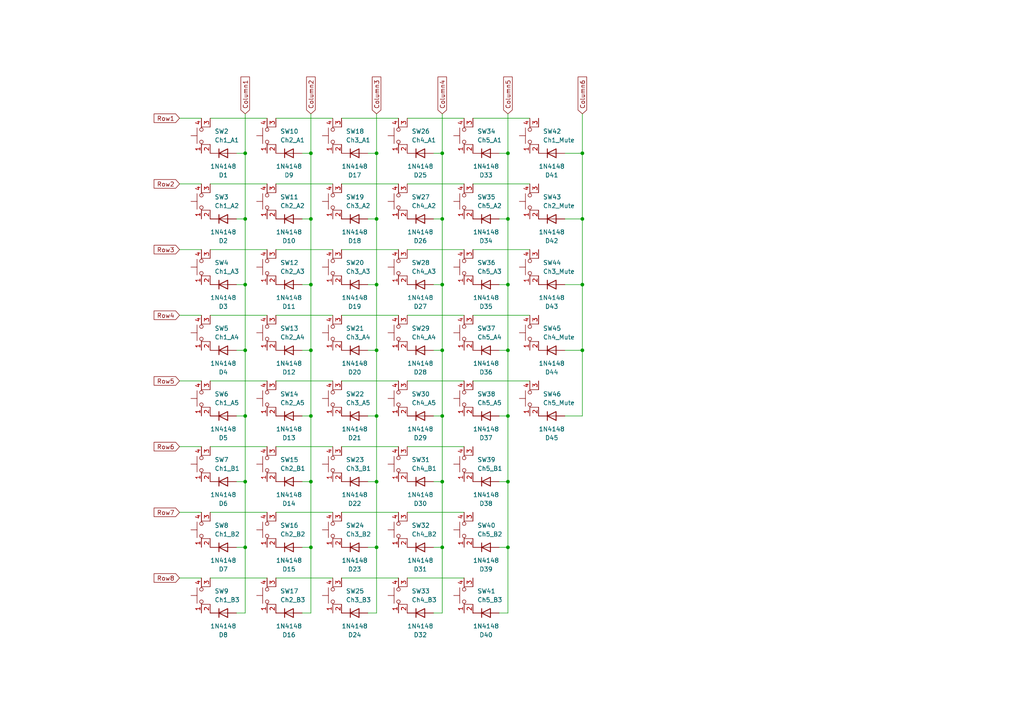
<source format=kicad_sch>
(kicad_sch (version 20231120) (generator "eeschema") (generator_version "8.0")
  (paper "A4")
  (lib_symbols
    (symbol "Diode:1N4148" (pin_numbers hide) (pin_names hide)
      (property "Reference" "D" (at 0 2.54 0))
      (property "Value" "1N4148" (at 0 -2.54 0))
      (symbol "1N4148_0_1"
        (polyline (pts (xy -1.27 1.27) (xy -1.27 -1.27)) (stroke (width 0.254)))
        (polyline (pts (xy 1.27 0) (xy -1.27 0)))
        (polyline (pts (xy 1.27 1.27) (xy 1.27 -1.27) (xy -1.27 0) (xy 1.27 1.27)) (stroke (width 0.254)))
      )
      (symbol "1N4148_1_1"
        (pin passive line (at -3.81 0 0) (length 2.54) (name "K") (number "1"))
        (pin passive line (at 3.81 0 180) (length 2.54) (name "A") (number "2"))
      )
    )
    (symbol "Switch:SW_MEC_5E" (pin_names (offset 1.016) hide)
      (property "Reference" "SW" (at 0.635 5.715 0))
      (property "Value" "SW_MEC_5E" (at 0 -3.175 0))
      (symbol "SW_MEC_5E_0_1"
        (circle (center -1.778 2.54) (radius 0.508))
        (polyline (pts (xy -2.286 3.81) (xy 2.286 3.81)))
        (polyline (pts (xy 0 3.81) (xy 0 5.588)))
        (polyline (pts (xy -2.54 0) (xy -2.54 2.54) (xy -2.286 2.54)))
        (polyline (pts (xy 2.54 0) (xy 2.54 2.54) (xy 2.286 2.54)))
        (circle (center 1.778 2.54) (radius 0.508))
        (pin passive line (at -5.08 2.54 0) (length 2.54) (name "1") (number "1"))
        (pin passive line (at -5.08 0 0) (length 2.54) (name "2") (number "2"))
        (pin passive line (at 5.08 0 180) (length 2.54) (name "K") (number "3"))
        (pin passive line (at 5.08 2.54 180) (length 2.54) (name "A") (number "4"))
      )
    )
  )
  (junction (at 128.27 158.75))
  (junction (at 90.17 139.7))
  (junction (at 109.22 44.45))
  (junction (at 128.27 120.65))
  (junction (at 109.22 120.65))
  (junction (at 147.32 158.75))
  (junction (at 90.17 120.65))
  (junction (at 147.32 120.65))
  (junction (at 71.12 139.7))
  (junction (at 71.12 158.75))
  (junction (at 128.27 82.55))
  (junction (at 90.17 82.55))
  (junction (at 90.17 63.5))
  (junction (at 90.17 44.45))
  (junction (at 168.91 82.55))
  (junction (at 128.27 139.7))
  (junction (at 71.12 101.6))
  (junction (at 90.17 101.6))
  (junction (at 71.12 44.45))
  (junction (at 147.32 63.5))
  (junction (at 128.27 44.45))
  (junction (at 147.32 101.6))
  (junction (at 71.12 120.65))
  (junction (at 90.17 158.75))
  (junction (at 147.32 139.7))
  (junction (at 71.12 63.5))
  (junction (at 109.22 82.55))
  (junction (at 147.32 44.45))
  (junction (at 168.91 44.45))
  (junction (at 109.22 158.75))
  (junction (at 168.91 101.6))
  (junction (at 71.12 82.55))
  (junction (at 109.22 101.6))
  (junction (at 128.27 101.6))
  (junction (at 109.22 63.5))
  (junction (at 128.27 63.5))
  (junction (at 168.91 63.5))
  (junction (at 109.22 139.7))
  (junction (at 147.32 82.55))
  (wire (pts (xy 52.07 110.49) (xy 58.42 110.49)))
  (wire (pts (xy 163.83 101.6) (xy 168.91 101.6)))
  (wire (pts (xy 163.83 63.5) (xy 168.91 63.5)))
  (wire (pts (xy 147.32 158.75) (xy 147.32 177.8)))
  (wire (pts (xy 106.68 63.5) (xy 109.22 63.5)))
  (wire (pts (xy 99.06 148.59) (xy 115.57 148.59)))
  (wire (pts (xy 52.07 148.59) (xy 58.42 148.59)))
  (wire (pts (xy 99.06 34.29) (xy 115.57 34.29)))
  (wire (pts (xy 106.68 101.6) (xy 109.22 101.6)))
  (wire (pts (xy 90.17 44.45) (xy 90.17 63.5)))
  (wire (pts (xy 87.63 139.7) (xy 90.17 139.7)))
  (wire (pts (xy 144.78 177.8) (xy 147.32 177.8)))
  (wire (pts (xy 168.91 63.5) (xy 168.91 82.55)))
  (wire (pts (xy 60.96 129.54) (xy 77.47 129.54)))
  (wire (pts (xy 137.16 72.39) (xy 153.67 72.39)))
  (wire (pts (xy 80.01 110.49) (xy 96.52 110.49)))
  (wire (pts (xy 71.12 158.75) (xy 71.12 177.8)))
  (wire (pts (xy 109.22 101.6) (xy 109.22 120.65)))
  (wire (pts (xy 87.63 44.45) (xy 90.17 44.45)))
  (wire (pts (xy 118.11 53.34) (xy 134.62 53.34)))
  (wire (pts (xy 128.27 63.5) (xy 128.27 82.55)))
  (wire (pts (xy 87.63 63.5) (xy 90.17 63.5)))
  (wire (pts (xy 80.01 129.54) (xy 96.52 129.54)))
  (wire (pts (xy 60.96 148.59) (xy 77.47 148.59)))
  (wire (pts (xy 137.16 53.34) (xy 153.67 53.34)))
  (wire (pts (xy 128.27 44.45) (xy 128.27 63.5)))
  (wire (pts (xy 144.78 158.75) (xy 147.32 158.75)))
  (wire (pts (xy 80.01 53.34) (xy 96.52 53.34)))
  (wire (pts (xy 99.06 167.64) (xy 115.57 167.64)))
  (wire (pts (xy 137.16 34.29) (xy 153.67 34.29)))
  (wire (pts (xy 71.12 101.6) (xy 71.12 120.65)))
  (wire (pts (xy 168.91 33.02) (xy 168.91 44.45)))
  (wire (pts (xy 52.07 72.39) (xy 58.42 72.39)))
  (wire (pts (xy 125.73 139.7) (xy 128.27 139.7)))
  (wire (pts (xy 52.07 53.34) (xy 58.42 53.34)))
  (wire (pts (xy 128.27 82.55) (xy 128.27 101.6)))
  (wire (pts (xy 109.22 82.55) (xy 109.22 101.6)))
  (wire (pts (xy 163.83 44.45) (xy 168.91 44.45)))
  (wire (pts (xy 60.96 34.29) (xy 77.47 34.29)))
  (wire (pts (xy 68.58 158.75) (xy 71.12 158.75)))
  (wire (pts (xy 147.32 139.7) (xy 147.32 158.75)))
  (wire (pts (xy 144.78 44.45) (xy 147.32 44.45)))
  (wire (pts (xy 60.96 91.44) (xy 77.47 91.44)))
  (wire (pts (xy 52.07 167.64) (xy 58.42 167.64)))
  (wire (pts (xy 118.11 148.59) (xy 134.62 148.59)))
  (wire (pts (xy 71.12 82.55) (xy 71.12 101.6)))
  (wire (pts (xy 99.06 72.39) (xy 115.57 72.39)))
  (wire (pts (xy 71.12 63.5) (xy 71.12 82.55)))
  (wire (pts (xy 147.32 44.45) (xy 147.32 63.5)))
  (wire (pts (xy 52.07 91.44) (xy 58.42 91.44)))
  (wire (pts (xy 109.22 33.02) (xy 109.22 44.45)))
  (wire (pts (xy 144.78 63.5) (xy 147.32 63.5)))
  (wire (pts (xy 68.58 63.5) (xy 71.12 63.5)))
  (wire (pts (xy 128.27 158.75) (xy 128.27 177.8)))
  (wire (pts (xy 128.27 33.02) (xy 128.27 44.45)))
  (wire (pts (xy 99.06 129.54) (xy 115.57 129.54)))
  (wire (pts (xy 147.32 63.5) (xy 147.32 82.55)))
  (wire (pts (xy 68.58 177.8) (xy 71.12 177.8)))
  (wire (pts (xy 128.27 139.7) (xy 128.27 158.75)))
  (wire (pts (xy 137.16 110.49) (xy 153.67 110.49)))
  (wire (pts (xy 87.63 101.6) (xy 90.17 101.6)))
  (wire (pts (xy 60.96 167.64) (xy 77.47 167.64)))
  (wire (pts (xy 60.96 110.49) (xy 77.47 110.49)))
  (wire (pts (xy 87.63 120.65) (xy 90.17 120.65)))
  (wire (pts (xy 144.78 120.65) (xy 147.32 120.65)))
  (wire (pts (xy 109.22 44.45) (xy 109.22 63.5)))
  (wire (pts (xy 90.17 101.6) (xy 90.17 120.65)))
  (wire (pts (xy 60.96 53.34) (xy 77.47 53.34)))
  (wire (pts (xy 90.17 33.02) (xy 90.17 44.45)))
  (wire (pts (xy 106.68 177.8) (xy 109.22 177.8)))
  (wire (pts (xy 144.78 139.7) (xy 147.32 139.7)))
  (wire (pts (xy 87.63 82.55) (xy 90.17 82.55)))
  (wire (pts (xy 128.27 101.6) (xy 128.27 120.65)))
  (wire (pts (xy 163.83 82.55) (xy 168.91 82.55)))
  (wire (pts (xy 80.01 148.59) (xy 96.52 148.59)))
  (wire (pts (xy 147.32 120.65) (xy 147.32 139.7)))
  (wire (pts (xy 147.32 101.6) (xy 147.32 120.65)))
  (wire (pts (xy 163.83 120.65) (xy 168.91 120.65)))
  (wire (pts (xy 90.17 158.75) (xy 90.17 177.8)))
  (wire (pts (xy 144.78 82.55) (xy 147.32 82.55)))
  (wire (pts (xy 68.58 82.55) (xy 71.12 82.55)))
  (wire (pts (xy 118.11 110.49) (xy 134.62 110.49)))
  (wire (pts (xy 71.12 44.45) (xy 71.12 63.5)))
  (wire (pts (xy 80.01 167.64) (xy 96.52 167.64)))
  (wire (pts (xy 106.68 139.7) (xy 109.22 139.7)))
  (wire (pts (xy 106.68 120.65) (xy 109.22 120.65)))
  (wire (pts (xy 71.12 33.02) (xy 71.12 44.45)))
  (wire (pts (xy 106.68 158.75) (xy 109.22 158.75)))
  (wire (pts (xy 147.32 82.55) (xy 147.32 101.6)))
  (wire (pts (xy 125.73 82.55) (xy 128.27 82.55)))
  (wire (pts (xy 125.73 158.75) (xy 128.27 158.75)))
  (wire (pts (xy 168.91 44.45) (xy 168.91 63.5)))
  (wire (pts (xy 168.91 82.55) (xy 168.91 101.6)))
  (wire (pts (xy 80.01 91.44) (xy 96.52 91.44)))
  (wire (pts (xy 52.07 34.29) (xy 58.42 34.29)))
  (wire (pts (xy 90.17 139.7) (xy 90.17 158.75)))
  (wire (pts (xy 125.73 63.5) (xy 128.27 63.5)))
  (wire (pts (xy 147.32 33.02) (xy 147.32 44.45)))
  (wire (pts (xy 125.73 177.8) (xy 128.27 177.8)))
  (wire (pts (xy 68.58 101.6) (xy 71.12 101.6)))
  (wire (pts (xy 128.27 120.65) (xy 128.27 139.7)))
  (wire (pts (xy 90.17 120.65) (xy 90.17 139.7)))
  (wire (pts (xy 137.16 91.44) (xy 153.67 91.44)))
  (wire (pts (xy 125.73 120.65) (xy 128.27 120.65)))
  (wire (pts (xy 118.11 129.54) (xy 134.62 129.54)))
  (wire (pts (xy 118.11 72.39) (xy 134.62 72.39)))
  (wire (pts (xy 118.11 167.64) (xy 134.62 167.64)))
  (wire (pts (xy 99.06 53.34) (xy 115.57 53.34)))
  (wire (pts (xy 118.11 91.44) (xy 134.62 91.44)))
  (wire (pts (xy 87.63 158.75) (xy 90.17 158.75)))
  (wire (pts (xy 52.07 129.54) (xy 58.42 129.54)))
  (wire (pts (xy 118.11 34.29) (xy 134.62 34.29)))
  (wire (pts (xy 106.68 82.55) (xy 109.22 82.55)))
  (wire (pts (xy 168.91 101.6) (xy 168.91 120.65)))
  (wire (pts (xy 68.58 44.45) (xy 71.12 44.45)))
  (wire (pts (xy 80.01 72.39) (xy 96.52 72.39)))
  (wire (pts (xy 71.12 120.65) (xy 71.12 139.7)))
  (wire (pts (xy 71.12 139.7) (xy 71.12 158.75)))
  (wire (pts (xy 109.22 139.7) (xy 109.22 158.75)))
  (wire (pts (xy 125.73 101.6) (xy 128.27 101.6)))
  (wire (pts (xy 68.58 120.65) (xy 71.12 120.65)))
  (wire (pts (xy 99.06 91.44) (xy 115.57 91.44)))
  (wire (pts (xy 106.68 44.45) (xy 109.22 44.45)))
  (wire (pts (xy 109.22 63.5) (xy 109.22 82.55)))
  (wire (pts (xy 99.06 110.49) (xy 115.57 110.49)))
  (wire (pts (xy 109.22 158.75) (xy 109.22 177.8)))
  (wire (pts (xy 87.63 177.8) (xy 90.17 177.8)))
  (wire (pts (xy 68.58 139.7) (xy 71.12 139.7)))
  (wire (pts (xy 125.73 44.45) (xy 128.27 44.45)))
  (wire (pts (xy 60.96 72.39) (xy 77.47 72.39)))
  (wire (pts (xy 90.17 63.5) (xy 90.17 82.55)))
  (wire (pts (xy 90.17 82.55) (xy 90.17 101.6)))
  (wire (pts (xy 80.01 34.29) (xy 96.52 34.29)))
  (wire (pts (xy 109.22 120.65) (xy 109.22 139.7)))
  (wire (pts (xy 144.78 101.6) (xy 147.32 101.6)))
  (global_label "Row8" (shape input) (at 52.07 167.64 180) (property "Intersheetrefs" "${INTERSHEET_REFS}" (effects (hide yes))))
  (global_label "Column6" (shape input) (at 168.91 33.02 90) (property "Intersheetrefs" "${INTERSHEET_REFS}" (effects (hide yes))))
  (global_label "Column3" (shape input) (at 109.22 33.02 90) (property "Intersheetrefs" "${INTERSHEET_REFS}" (effects (hide yes))))
  (global_label "Row6" (shape input) (at 52.07 129.54 180) (property "Intersheetrefs" "${INTERSHEET_REFS}" (effects (hide yes))))
  (global_label "Row7" (shape input) (at 52.07 148.59 180) (property "Intersheetrefs" "${INTERSHEET_REFS}" (effects (hide yes))))
  (global_label "Column4" (shape input) (at 128.27 33.02 90) (property "Intersheetrefs" "${INTERSHEET_REFS}" (effects (hide yes))))
  (global_label "Column5" (shape input) (at 147.32 33.02 90) (property "Intersheetrefs" "${INTERSHEET_REFS}" (effects (hide yes))))
  (global_label "Row4" (shape input) (at 52.07 91.44 180) (property "Intersheetrefs" "${INTERSHEET_REFS}" (effects (hide yes))))
  (global_label "Column2" (shape input) (at 90.17 33.02 90) (property "Intersheetrefs" "${INTERSHEET_REFS}" (effects (hide yes))))
  (global_label "Row1" (shape input) (at 52.07 34.29 180) (property "Intersheetrefs" "${INTERSHEET_REFS}" (effects (hide yes))))
  (global_label "Row5" (shape input) (at 52.07 110.49 180) (property "Intersheetrefs" "${INTERSHEET_REFS}" (effects (hide yes))))
  (global_label "Row2" (shape input) (at 52.07 53.34 180) (property "Intersheetrefs" "${INTERSHEET_REFS}" (effects (hide yes))))
  (global_label "Column1" (shape input) (at 71.12 33.02 90) (property "Intersheetrefs" "${INTERSHEET_REFS}" (effects (hide yes))))
  (global_label "Row3" (shape input) (at 52.07 72.39 180) (property "Intersheetrefs" "${INTERSHEET_REFS}" (effects (hide yes))))
  (symbol (lib_id "Diode:1N4148") (at 83.82 63.5 0) (mirror x) (unit 1)
    (property "Reference" "D10" (at 83.82 69.85 0))
    (property "Value" "1N4148" (at 83.82 67.31 0))
    (property "Footprint" "Diode_THT:D_DO-35_SOD27_P7.62mm_Horizontal" (effects (hide yes)))
    (property "Datasheet" "https://assets.nexperia.com/documents/data-sheet/1N4148_1N4448.pdf" (effects (hide yes)))
    (property "Description" "100V 0.15A standard switching diode, DO-35" (effects (hide yes)))
    (property "Sim.Device" "D" (effects (hide yes)))
    (property "Sim.Pins" "1=K 2=A" (effects (hide yes)))
  )
  (symbol (lib_id "Switch:SW_MEC_5E") (at 118.11 153.67 90) (unit 1)
    (property "Reference" "SW32" (at 119.38 152.3999 90) (effects (justify right)))
    (property "Value" "Ch4_B2" (at 119.38 154.9399 90) (effects (justify right)))
    (property "Datasheet" "http://www.apem.com/int/index.php?controller=attachment&id_attachment=1371" (effects (hide yes)))
    (property "Description" "MEC 5E single pole normally-open tactile switch" (effects (hide yes)))
  )
  (symbol (lib_id "Switch:SW_MEC_5E") (at 118.11 172.72 90) (unit 1)
    (property "Reference" "SW33" (at 119.38 171.4499 90) (effects (justify right)))
    (property "Value" "Ch4_B3" (at 119.38 173.9899 90) (effects (justify right)))
    (property "Datasheet" "http://www.apem.com/int/index.php?controller=attachment&id_attachment=1371" (effects (hide yes)))
    (property "Description" "MEC 5E single pole normally-open tactile switch" (effects (hide yes)))
  )
  (symbol (lib_id "Switch:SW_MEC_5E") (at 118.11 39.37 90) (unit 1)
    (property "Reference" "SW26" (at 119.38 38.0999 90) (effects (justify right)))
    (property "Value" "Ch4_A1" (at 119.38 40.6399 90) (effects (justify right)))
    (property "Datasheet" "http://www.apem.com/int/index.php?controller=attachment&id_attachment=1371" (effects (hide yes)))
    (property "Description" "MEC 5E single pole normally-open tactile switch" (effects (hide yes)))
  )
  (symbol (lib_id "Diode:1N4148") (at 83.82 101.6 0) (mirror x) (unit 1)
    (property "Reference" "D12" (at 83.82 107.95 0))
    (property "Value" "1N4148" (at 83.82 105.41 0))
    (property "Footprint" "Diode_THT:D_DO-35_SOD27_P7.62mm_Horizontal" (effects (hide yes)))
    (property "Datasheet" "https://assets.nexperia.com/documents/data-sheet/1N4148_1N4448.pdf" (effects (hide yes)))
    (property "Description" "100V 0.15A standard switching diode, DO-35" (effects (hide yes)))
    (property "Sim.Device" "D" (effects (hide yes)))
    (property "Sim.Pins" "1=K 2=A" (effects (hide yes)))
  )
  (symbol (lib_id "Switch:SW_MEC_5E") (at 80.01 115.57 90) (unit 1)
    (property "Reference" "SW14" (at 81.28 114.2999 90) (effects (justify right)))
    (property "Value" "Ch2_A5" (at 81.28 116.8399 90) (effects (justify right)))
    (property "Datasheet" "http://www.apem.com/int/index.php?controller=attachment&id_attachment=1371" (effects (hide yes)))
    (property "Description" "MEC 5E single pole normally-open tactile switch" (effects (hide yes)))
  )
  (symbol (lib_id "Diode:1N4148") (at 121.92 139.7 0) (mirror x) (unit 1)
    (property "Reference" "D30" (at 121.92 146.05 0))
    (property "Value" "1N4148" (at 121.92 143.51 0))
    (property "Footprint" "Diode_THT:D_DO-35_SOD27_P7.62mm_Horizontal" (effects (hide yes)))
    (property "Datasheet" "https://assets.nexperia.com/documents/data-sheet/1N4148_1N4448.pdf" (effects (hide yes)))
    (property "Description" "100V 0.15A standard switching diode, DO-35" (effects (hide yes)))
    (property "Sim.Device" "D" (effects (hide yes)))
    (property "Sim.Pins" "1=K 2=A" (effects (hide yes)))
  )
  (symbol (lib_id "Diode:1N4148") (at 140.97 44.45 0) (mirror x) (unit 1)
    (property "Reference" "D33" (at 140.97 50.8 0))
    (property "Value" "1N4148" (at 140.97 48.26 0))
    (property "Footprint" "Diode_THT:D_DO-35_SOD27_P7.62mm_Horizontal" (effects (hide yes)))
    (property "Datasheet" "https://assets.nexperia.com/documents/data-sheet/1N4148_1N4448.pdf" (effects (hide yes)))
    (property "Description" "100V 0.15A standard switching diode, DO-35" (effects (hide yes)))
    (property "Sim.Device" "D" (effects (hide yes)))
    (property "Sim.Pins" "1=K 2=A" (effects (hide yes)))
  )
  (symbol (lib_id "Switch:SW_MEC_5E") (at 137.16 58.42 90) (unit 1)
    (property "Reference" "SW35" (at 138.43 57.1499 90) (effects (justify right)))
    (property "Value" "Ch5_A2" (at 138.43 59.6899 90) (effects (justify right)))
    (property "Datasheet" "http://www.apem.com/int/index.php?controller=attachment&id_attachment=1371" (effects (hide yes)))
    (property "Description" "MEC 5E single pole normally-open tactile switch" (effects (hide yes)))
  )
  (symbol (lib_id "Diode:1N4148") (at 64.77 101.6 0) (mirror x) (unit 1)
    (property "Reference" "D4" (at 64.77 107.95 0))
    (property "Value" "1N4148" (at 64.77 105.41 0))
    (property "Footprint" "Diode_THT:D_DO-35_SOD27_P7.62mm_Horizontal" (effects (hide yes)))
    (property "Datasheet" "https://assets.nexperia.com/documents/data-sheet/1N4148_1N4448.pdf" (effects (hide yes)))
    (property "Description" "100V 0.15A standard switching diode, DO-35" (effects (hide yes)))
    (property "Sim.Device" "D" (effects (hide yes)))
    (property "Sim.Pins" "1=K 2=A" (effects (hide yes)))
  )
  (symbol (lib_id "Diode:1N4148") (at 64.77 177.8 0) (mirror x) (unit 1)
    (property "Reference" "D8" (at 64.77 184.15 0))
    (property "Value" "1N4148" (at 64.77 181.61 0))
    (property "Footprint" "Diode_THT:D_DO-35_SOD27_P7.62mm_Horizontal" (effects (hide yes)))
    (property "Datasheet" "https://assets.nexperia.com/documents/data-sheet/1N4148_1N4448.pdf" (effects (hide yes)))
    (property "Description" "100V 0.15A standard switching diode, DO-35" (effects (hide yes)))
    (property "Sim.Device" "D" (effects (hide yes)))
    (property "Sim.Pins" "1=K 2=A" (effects (hide yes)))
  )
  (symbol (lib_id "Switch:SW_MEC_5E") (at 60.96 134.62 90) (unit 1)
    (property "Reference" "SW7" (at 62.23 133.3499 90) (effects (justify right)))
    (property "Value" "Ch1_B1" (at 62.23 135.8899 90) (effects (justify right)))
    (property "Datasheet" "http://www.apem.com/int/index.php?controller=attachment&id_attachment=1371" (effects (hide yes)))
    (property "Description" "MEC 5E single pole normally-open tactile switch" (effects (hide yes)))
  )
  (symbol (lib_id "Diode:1N4148") (at 83.82 177.8 0) (mirror x) (unit 1)
    (property "Reference" "D16" (at 83.82 184.15 0))
    (property "Value" "1N4148" (at 83.82 181.61 0))
    (property "Footprint" "Diode_THT:D_DO-35_SOD27_P7.62mm_Horizontal" (effects (hide yes)))
    (property "Datasheet" "https://assets.nexperia.com/documents/data-sheet/1N4148_1N4448.pdf" (effects (hide yes)))
    (property "Description" "100V 0.15A standard switching diode, DO-35" (effects (hide yes)))
    (property "Sim.Device" "D" (effects (hide yes)))
    (property "Sim.Pins" "1=K 2=A" (effects (hide yes)))
  )
  (symbol (lib_id "Diode:1N4148") (at 140.97 82.55 0) (mirror x) (unit 1)
    (property "Reference" "D35" (at 140.97 88.9 0))
    (property "Value" "1N4148" (at 140.97 86.36 0))
    (property "Footprint" "Diode_THT:D_DO-35_SOD27_P7.62mm_Horizontal" (effects (hide yes)))
    (property "Datasheet" "https://assets.nexperia.com/documents/data-sheet/1N4148_1N4448.pdf" (effects (hide yes)))
    (property "Description" "100V 0.15A standard switching diode, DO-35" (effects (hide yes)))
    (property "Sim.Device" "D" (effects (hide yes)))
    (property "Sim.Pins" "1=K 2=A" (effects (hide yes)))
  )
  (symbol (lib_id "Diode:1N4148") (at 121.92 101.6 0) (mirror x) (unit 1)
    (property "Reference" "D28" (at 121.92 107.95 0))
    (property "Value" "1N4148" (at 121.92 105.41 0))
    (property "Footprint" "Diode_THT:D_DO-35_SOD27_P7.62mm_Horizontal" (effects (hide yes)))
    (property "Datasheet" "https://assets.nexperia.com/documents/data-sheet/1N4148_1N4448.pdf" (effects (hide yes)))
    (property "Description" "100V 0.15A standard switching diode, DO-35" (effects (hide yes)))
    (property "Sim.Device" "D" (effects (hide yes)))
    (property "Sim.Pins" "1=K 2=A" (effects (hide yes)))
  )
  (symbol (lib_id "Diode:1N4148") (at 140.97 120.65 0) (mirror x) (unit 1)
    (property "Reference" "D37" (at 140.97 127 0))
    (property "Value" "1N4148" (at 140.97 124.46 0))
    (property "Footprint" "Diode_THT:D_DO-35_SOD27_P7.62mm_Horizontal" (effects (hide yes)))
    (property "Datasheet" "https://assets.nexperia.com/documents/data-sheet/1N4148_1N4448.pdf" (effects (hide yes)))
    (property "Description" "100V 0.15A standard switching diode, DO-35" (effects (hide yes)))
    (property "Sim.Device" "D" (effects (hide yes)))
    (property "Sim.Pins" "1=K 2=A" (effects (hide yes)))
  )
  (symbol (lib_id "Switch:SW_MEC_5E") (at 60.96 39.37 90) (unit 1)
    (property "Reference" "SW2" (at 62.23 38.0999 90) (effects (justify right)))
    (property "Value" "Ch1_A1" (at 62.23 40.6399 90) (effects (justify right)))
    (property "Datasheet" "http://www.apem.com/int/index.php?controller=attachment&id_attachment=1371" (effects (hide yes)))
    (property "Description" "MEC 5E single pole normally-open tactile switch" (effects (hide yes)))
  )
  (symbol (lib_id "Switch:SW_MEC_5E") (at 137.16 39.37 90) (unit 1)
    (property "Reference" "SW34" (at 138.43 38.0999 90) (effects (justify right)))
    (property "Value" "Ch5_A1" (at 138.43 40.6399 90) (effects (justify right)))
    (property "Datasheet" "http://www.apem.com/int/index.php?controller=attachment&id_attachment=1371" (effects (hide yes)))
    (property "Description" "MEC 5E single pole normally-open tactile switch" (effects (hide yes)))
  )
  (symbol (lib_id "Switch:SW_MEC_5E") (at 60.96 115.57 90) (unit 1)
    (property "Reference" "SW6" (at 62.23 114.2999 90) (effects (justify right)))
    (property "Value" "Ch1_A5" (at 62.23 116.8399 90) (effects (justify right)))
    (property "Datasheet" "http://www.apem.com/int/index.php?controller=attachment&id_attachment=1371" (effects (hide yes)))
    (property "Description" "MEC 5E single pole normally-open tactile switch" (effects (hide yes)))
  )
  (symbol (lib_id "Switch:SW_MEC_5E") (at 137.16 115.57 90) (unit 1)
    (property "Reference" "SW38" (at 138.43 114.2999 90) (effects (justify right)))
    (property "Value" "Ch5_A5" (at 138.43 116.8399 90) (effects (justify right)))
    (property "Datasheet" "http://www.apem.com/int/index.php?controller=attachment&id_attachment=1371" (effects (hide yes)))
    (property "Description" "MEC 5E single pole normally-open tactile switch" (effects (hide yes)))
  )
  (symbol (lib_id "Diode:1N4148") (at 64.77 44.45 0) (mirror x) (unit 1)
    (property "Reference" "D1" (at 64.77 50.8 0))
    (property "Value" "1N4148" (at 64.77 48.26 0))
    (property "Footprint" "Diode_THT:D_DO-35_SOD27_P7.62mm_Horizontal" (effects (hide yes)))
    (property "Datasheet" "https://assets.nexperia.com/documents/data-sheet/1N4148_1N4448.pdf" (effects (hide yes)))
    (property "Description" "100V 0.15A standard switching diode, DO-35" (effects (hide yes)))
    (property "Sim.Device" "D" (effects (hide yes)))
    (property "Sim.Pins" "1=K 2=A" (effects (hide yes)))
  )
  (symbol (lib_id "Switch:SW_MEC_5E") (at 80.01 39.37 90) (unit 1)
    (property "Reference" "SW10" (at 81.28 38.0999 90) (effects (justify right)))
    (property "Value" "Ch2_A1" (at 81.28 40.6399 90) (effects (justify right)))
    (property "Datasheet" "http://www.apem.com/int/index.php?controller=attachment&id_attachment=1371" (effects (hide yes)))
    (property "Description" "MEC 5E single pole normally-open tactile switch" (effects (hide yes)))
  )
  (symbol (lib_id "Diode:1N4148") (at 160.02 82.55 0) (mirror x) (unit 1)
    (property "Reference" "D43" (at 160.02 88.9 0))
    (property "Value" "1N4148" (at 160.02 86.36 0))
    (property "Footprint" "Diode_THT:D_DO-35_SOD27_P7.62mm_Horizontal" (effects (hide yes)))
    (property "Datasheet" "https://assets.nexperia.com/documents/data-sheet/1N4148_1N4448.pdf" (effects (hide yes)))
    (property "Description" "100V 0.15A standard switching diode, DO-35" (effects (hide yes)))
    (property "Sim.Device" "D" (effects (hide yes)))
    (property "Sim.Pins" "1=K 2=A" (effects (hide yes)))
  )
  (symbol (lib_id "Switch:SW_MEC_5E") (at 80.01 172.72 90) (unit 1)
    (property "Reference" "SW17" (at 81.28 171.4499 90) (effects (justify right)))
    (property "Value" "Ch2_B3" (at 81.28 173.9899 90) (effects (justify right)))
    (property "Datasheet" "http://www.apem.com/int/index.php?controller=attachment&id_attachment=1371" (effects (hide yes)))
    (property "Description" "MEC 5E single pole normally-open tactile switch" (effects (hide yes)))
  )
  (symbol (lib_id "Switch:SW_MEC_5E") (at 80.01 58.42 90) (unit 1)
    (property "Reference" "SW11" (at 81.28 57.1499 90) (effects (justify right)))
    (property "Value" "Ch2_A2" (at 81.28 59.6899 90) (effects (justify right)))
    (property "Datasheet" "http://www.apem.com/int/index.php?controller=attachment&id_attachment=1371" (effects (hide yes)))
    (property "Description" "MEC 5E single pole normally-open tactile switch" (effects (hide yes)))
  )
  (symbol (lib_id "Diode:1N4148") (at 121.92 177.8 0) (mirror x) (unit 1)
    (property "Reference" "D32" (at 121.92 184.15 0))
    (property "Value" "1N4148" (at 121.92 181.61 0))
    (property "Footprint" "Diode_THT:D_DO-35_SOD27_P7.62mm_Horizontal" (effects (hide yes)))
    (property "Datasheet" "https://assets.nexperia.com/documents/data-sheet/1N4148_1N4448.pdf" (effects (hide yes)))
    (property "Description" "100V 0.15A standard switching diode, DO-35" (effects (hide yes)))
    (property "Sim.Device" "D" (effects (hide yes)))
    (property "Sim.Pins" "1=K 2=A" (effects (hide yes)))
  )
  (symbol (lib_id "Diode:1N4148") (at 140.97 101.6 0) (mirror x) (unit 1)
    (property "Reference" "D36" (at 140.97 107.95 0))
    (property "Value" "1N4148" (at 140.97 105.41 0))
    (property "Footprint" "Diode_THT:D_DO-35_SOD27_P7.62mm_Horizontal" (effects (hide yes)))
    (property "Datasheet" "https://assets.nexperia.com/documents/data-sheet/1N4148_1N4448.pdf" (effects (hide yes)))
    (property "Description" "100V 0.15A standard switching diode, DO-35" (effects (hide yes)))
    (property "Sim.Device" "D" (effects (hide yes)))
    (property "Sim.Pins" "1=K 2=A" (effects (hide yes)))
  )
  (symbol (lib_id "Diode:1N4148") (at 102.87 158.75 0) (mirror x) (unit 1)
    (property "Reference" "D23" (at 102.87 165.1 0))
    (property "Value" "1N4148" (at 102.87 162.56 0))
    (property "Footprint" "Diode_THT:D_DO-35_SOD27_P7.62mm_Horizontal" (effects (hide yes)))
    (property "Datasheet" "https://assets.nexperia.com/documents/data-sheet/1N4148_1N4448.pdf" (effects (hide yes)))
    (property "Description" "100V 0.15A standard switching diode, DO-35" (effects (hide yes)))
    (property "Sim.Device" "D" (effects (hide yes)))
    (property "Sim.Pins" "1=K 2=A" (effects (hide yes)))
  )
  (symbol (lib_id "Switch:SW_MEC_5E") (at 137.16 134.62 90) (unit 1)
    (property "Reference" "SW39" (at 138.43 133.3499 90) (effects (justify right)))
    (property "Value" "Ch5_B1" (at 138.43 135.8899 90) (effects (justify right)))
    (property "Datasheet" "http://www.apem.com/int/index.php?controller=attachment&id_attachment=1371" (effects (hide yes)))
    (property "Description" "MEC 5E single pole normally-open tactile switch" (effects (hide yes)))
  )
  (symbol (lib_id "Switch:SW_MEC_5E") (at 137.16 172.72 90) (unit 1)
    (property "Reference" "SW41" (at 138.43 171.4499 90) (effects (justify right)))
    (property "Value" "Ch5_B3" (at 138.43 173.9899 90) (effects (justify right)))
    (property "Datasheet" "http://www.apem.com/int/index.php?controller=attachment&id_attachment=1371" (effects (hide yes)))
    (property "Description" "MEC 5E single pole normally-open tactile switch" (effects (hide yes)))
  )
  (symbol (lib_id "Diode:1N4148") (at 102.87 139.7 0) (mirror x) (unit 1)
    (property "Reference" "D22" (at 102.87 146.05 0))
    (property "Value" "1N4148" (at 102.87 143.51 0))
    (property "Footprint" "Diode_THT:D_DO-35_SOD27_P7.62mm_Horizontal" (effects (hide yes)))
    (property "Datasheet" "https://assets.nexperia.com/documents/data-sheet/1N4148_1N4448.pdf" (effects (hide yes)))
    (property "Description" "100V 0.15A standard switching diode, DO-35" (effects (hide yes)))
    (property "Sim.Device" "D" (effects (hide yes)))
    (property "Sim.Pins" "1=K 2=A" (effects (hide yes)))
  )
  (symbol (lib_id "Diode:1N4148") (at 64.77 139.7 0) (mirror x) (unit 1)
    (property "Reference" "D6" (at 64.77 146.05 0))
    (property "Value" "1N4148" (at 64.77 143.51 0))
    (property "Footprint" "Diode_THT:D_DO-35_SOD27_P7.62mm_Horizontal" (effects (hide yes)))
    (property "Datasheet" "https://assets.nexperia.com/documents/data-sheet/1N4148_1N4448.pdf" (effects (hide yes)))
    (property "Description" "100V 0.15A standard switching diode, DO-35" (effects (hide yes)))
    (property "Sim.Device" "D" (effects (hide yes)))
    (property "Sim.Pins" "1=K 2=A" (effects (hide yes)))
  )
  (symbol (lib_id "Switch:SW_MEC_5E") (at 137.16 77.47 90) (unit 1)
    (property "Reference" "SW36" (at 138.43 76.1999 90) (effects (justify right)))
    (property "Value" "Ch5_A3" (at 138.43 78.7399 90) (effects (justify right)))
    (property "Datasheet" "http://www.apem.com/int/index.php?controller=attachment&id_attachment=1371" (effects (hide yes)))
    (property "Description" "MEC 5E single pole normally-open tactile switch" (effects (hide yes)))
  )
  (symbol (lib_id "Switch:SW_MEC_5E") (at 118.11 58.42 90) (unit 1)
    (property "Reference" "SW27" (at 119.38 57.1499 90) (effects (justify right)))
    (property "Value" "Ch4_A2" (at 119.38 59.6899 90) (effects (justify right)))
    (property "Datasheet" "http://www.apem.com/int/index.php?controller=attachment&id_attachment=1371" (effects (hide yes)))
    (property "Description" "MEC 5E single pole normally-open tactile switch" (effects (hide yes)))
  )
  (symbol (lib_id "Diode:1N4148") (at 64.77 158.75 0) (mirror x) (unit 1)
    (property "Reference" "D7" (at 64.77 165.1 0))
    (property "Value" "1N4148" (at 64.77 162.56 0))
    (property "Footprint" "Diode_THT:D_DO-35_SOD27_P7.62mm_Horizontal" (effects (hide yes)))
    (property "Datasheet" "https://assets.nexperia.com/documents/data-sheet/1N4148_1N4448.pdf" (effects (hide yes)))
    (property "Description" "100V 0.15A standard switching diode, DO-35" (effects (hide yes)))
    (property "Sim.Device" "D" (effects (hide yes)))
    (property "Sim.Pins" "1=K 2=A" (effects (hide yes)))
  )
  (symbol (lib_id "Switch:SW_MEC_5E") (at 99.06 153.67 90) (unit 1)
    (property "Reference" "SW24" (at 100.33 152.3999 90) (effects (justify right)))
    (property "Value" "Ch3_B2" (at 100.33 154.9399 90) (effects (justify right)))
    (property "Datasheet" "http://www.apem.com/int/index.php?controller=attachment&id_attachment=1371" (effects (hide yes)))
    (property "Description" "MEC 5E single pole normally-open tactile switch" (effects (hide yes)))
  )
  (symbol (lib_id "Switch:SW_MEC_5E") (at 60.96 58.42 90) (unit 1)
    (property "Reference" "SW3" (at 62.23 57.1499 90) (effects (justify right)))
    (property "Value" "Ch1_A2" (at 62.23 59.6899 90) (effects (justify right)))
    (property "Datasheet" "http://www.apem.com/int/index.php?controller=attachment&id_attachment=1371" (effects (hide yes)))
    (property "Description" "MEC 5E single pole normally-open tactile switch" (effects (hide yes)))
  )
  (symbol (lib_id "Diode:1N4148") (at 121.92 63.5 0) (mirror x) (unit 1)
    (property "Reference" "D26" (at 121.92 69.85 0))
    (property "Value" "1N4148" (at 121.92 67.31 0))
    (property "Footprint" "Diode_THT:D_DO-35_SOD27_P7.62mm_Horizontal" (effects (hide yes)))
    (property "Datasheet" "https://assets.nexperia.com/documents/data-sheet/1N4148_1N4448.pdf" (effects (hide yes)))
    (property "Description" "100V 0.15A standard switching diode, DO-35" (effects (hide yes)))
    (property "Sim.Device" "D" (effects (hide yes)))
    (property "Sim.Pins" "1=K 2=A" (effects (hide yes)))
  )
  (symbol (lib_id "Switch:SW_MEC_5E") (at 118.11 77.47 90) (unit 1)
    (property "Reference" "SW28" (at 119.38 76.1999 90) (effects (justify right)))
    (property "Value" "Ch4_A3" (at 119.38 78.7399 90) (effects (justify right)))
    (property "Datasheet" "http://www.apem.com/int/index.php?controller=attachment&id_attachment=1371" (effects (hide yes)))
    (property "Description" "MEC 5E single pole normally-open tactile switch" (effects (hide yes)))
  )
  (symbol (lib_id "Switch:SW_MEC_5E") (at 156.21 58.42 90) (unit 1)
    (property "Reference" "SW43" (at 157.48 57.1499 90) (effects (justify right)))
    (property "Value" "Ch2_Mute" (at 157.48 59.6899 90) (effects (justify right)))
    (property "Datasheet" "http://www.apem.com/int/index.php?controller=attachment&id_attachment=1371" (effects (hide yes)))
    (property "Description" "MEC 5E single pole normally-open tactile switch" (effects (hide yes)))
  )
  (symbol (lib_id "Switch:SW_MEC_5E") (at 80.01 153.67 90) (unit 1)
    (property "Reference" "SW16" (at 81.28 152.3999 90) (effects (justify right)))
    (property "Value" "Ch2_B2" (at 81.28 154.9399 90) (effects (justify right)))
    (property "Datasheet" "http://www.apem.com/int/index.php?controller=attachment&id_attachment=1371" (effects (hide yes)))
    (property "Description" "MEC 5E single pole normally-open tactile switch" (effects (hide yes)))
  )
  (symbol (lib_id "Switch:SW_MEC_5E") (at 156.21 96.52 90) (unit 1)
    (property "Reference" "SW45" (at 157.48 95.2499 90) (effects (justify right)))
    (property "Value" "Ch4_Mute" (at 157.48 97.7899 90) (effects (justify right)))
    (property "Datasheet" "http://www.apem.com/int/index.php?controller=attachment&id_attachment=1371" (effects (hide yes)))
    (property "Description" "MEC 5E single pole normally-open tactile switch" (effects (hide yes)))
  )
  (symbol (lib_id "Diode:1N4148") (at 83.82 139.7 0) (mirror x) (unit 1)
    (property "Reference" "D14" (at 83.82 146.05 0))
    (property "Value" "1N4148" (at 83.82 143.51 0))
    (property "Footprint" "Diode_THT:D_DO-35_SOD27_P7.62mm_Horizontal" (effects (hide yes)))
    (property "Datasheet" "https://assets.nexperia.com/documents/data-sheet/1N4148_1N4448.pdf" (effects (hide yes)))
    (property "Description" "100V 0.15A standard switching diode, DO-35" (effects (hide yes)))
    (property "Sim.Device" "D" (effects (hide yes)))
    (property "Sim.Pins" "1=K 2=A" (effects (hide yes)))
  )
  (symbol (lib_id "Diode:1N4148") (at 83.82 120.65 0) (mirror x) (unit 1)
    (property "Reference" "D13" (at 83.82 127 0))
    (property "Value" "1N4148" (at 83.82 124.46 0))
    (property "Footprint" "Diode_THT:D_DO-35_SOD27_P7.62mm_Horizontal" (effects (hide yes)))
    (property "Datasheet" "https://assets.nexperia.com/documents/data-sheet/1N4148_1N4448.pdf" (effects (hide yes)))
    (property "Description" "100V 0.15A standard switching diode, DO-35" (effects (hide yes)))
    (property "Sim.Device" "D" (effects (hide yes)))
    (property "Sim.Pins" "1=K 2=A" (effects (hide yes)))
  )
  (symbol (lib_id "Switch:SW_MEC_5E") (at 99.06 77.47 90) (unit 1)
    (property "Reference" "SW20" (at 100.33 76.1999 90) (effects (justify right)))
    (property "Value" "Ch3_A3" (at 100.33 78.7399 90) (effects (justify right)))
    (property "Datasheet" "http://www.apem.com/int/index.php?controller=attachment&id_attachment=1371" (effects (hide yes)))
    (property "Description" "MEC 5E single pole normally-open tactile switch" (effects (hide yes)))
  )
  (symbol (lib_id "Switch:SW_MEC_5E") (at 118.11 115.57 90) (unit 1)
    (property "Reference" "SW30" (at 119.38 114.2999 90) (effects (justify right)))
    (property "Value" "Ch4_A5" (at 119.38 116.8399 90) (effects (justify right)))
    (property "Datasheet" "http://www.apem.com/int/index.php?controller=attachment&id_attachment=1371" (effects (hide yes)))
    (property "Description" "MEC 5E single pole normally-open tactile switch" (effects (hide yes)))
  )
  (symbol (lib_id "Switch:SW_MEC_5E") (at 137.16 153.67 90) (unit 1)
    (property "Reference" "SW40" (at 138.43 152.3999 90) (effects (justify right)))
    (property "Value" "Ch5_B2" (at 138.43 154.9399 90) (effects (justify right)))
    (property "Datasheet" "http://www.apem.com/int/index.php?controller=attachment&id_attachment=1371" (effects (hide yes)))
    (property "Description" "MEC 5E single pole normally-open tactile switch" (effects (hide yes)))
  )
  (symbol (lib_id "Diode:1N4148") (at 102.87 63.5 0) (mirror x) (unit 1)
    (property "Reference" "D18" (at 102.87 69.85 0))
    (property "Value" "1N4148" (at 102.87 67.31 0))
    (property "Footprint" "Diode_THT:D_DO-35_SOD27_P7.62mm_Horizontal" (effects (hide yes)))
    (property "Datasheet" "https://assets.nexperia.com/documents/data-sheet/1N4148_1N4448.pdf" (effects (hide yes)))
    (property "Description" "100V 0.15A standard switching diode, DO-35" (effects (hide yes)))
    (property "Sim.Device" "D" (effects (hide yes)))
    (property "Sim.Pins" "1=K 2=A" (effects (hide yes)))
  )
  (symbol (lib_id "Switch:SW_MEC_5E") (at 60.96 96.52 90) (unit 1)
    (property "Reference" "SW5" (at 62.23 95.2499 90) (effects (justify right)))
    (property "Value" "Ch1_A4" (at 62.23 97.7899 90) (effects (justify right)))
    (property "Datasheet" "http://www.apem.com/int/index.php?controller=attachment&id_attachment=1371" (effects (hide yes)))
    (property "Description" "MEC 5E single pole normally-open tactile switch" (effects (hide yes)))
  )
  (symbol (lib_id "Switch:SW_MEC_5E") (at 99.06 115.57 90) (unit 1)
    (property "Reference" "SW22" (at 100.33 114.2999 90) (effects (justify right)))
    (property "Value" "Ch3_A5" (at 100.33 116.8399 90) (effects (justify right)))
    (property "Datasheet" "http://www.apem.com/int/index.php?controller=attachment&id_attachment=1371" (effects (hide yes)))
    (property "Description" "MEC 5E single pole normally-open tactile switch" (effects (hide yes)))
  )
  (symbol (lib_id "Switch:SW_MEC_5E") (at 118.11 134.62 90) (unit 1)
    (property "Reference" "SW31" (at 119.38 133.3499 90) (effects (justify right)))
    (property "Value" "Ch4_B1" (at 119.38 135.8899 90) (effects (justify right)))
    (property "Datasheet" "http://www.apem.com/int/index.php?controller=attachment&id_attachment=1371" (effects (hide yes)))
    (property "Description" "MEC 5E single pole normally-open tactile switch" (effects (hide yes)))
  )
  (symbol (lib_id "Switch:SW_MEC_5E") (at 156.21 77.47 90) (unit 1)
    (property "Reference" "SW44" (at 157.48 76.1999 90) (effects (justify right)))
    (property "Value" "Ch3_Mute" (at 157.48 78.7399 90) (effects (justify right)))
    (property "Datasheet" "http://www.apem.com/int/index.php?controller=attachment&id_attachment=1371" (effects (hide yes)))
    (property "Description" "MEC 5E single pole normally-open tactile switch" (effects (hide yes)))
  )
  (symbol (lib_id "Diode:1N4148") (at 64.77 82.55 0) (mirror x) (unit 1)
    (property "Reference" "D3" (at 64.77 88.9 0))
    (property "Value" "1N4148" (at 64.77 86.36 0))
    (property "Footprint" "Diode_THT:D_DO-35_SOD27_P7.62mm_Horizontal" (effects (hide yes)))
    (property "Datasheet" "https://assets.nexperia.com/documents/data-sheet/1N4148_1N4448.pdf" (effects (hide yes)))
    (property "Description" "100V 0.15A standard switching diode, DO-35" (effects (hide yes)))
    (property "Sim.Device" "D" (effects (hide yes)))
    (property "Sim.Pins" "1=K 2=A" (effects (hide yes)))
  )
  (symbol (lib_id "Diode:1N4148") (at 121.92 158.75 0) (mirror x) (unit 1)
    (property "Reference" "D31" (at 121.92 165.1 0))
    (property "Value" "1N4148" (at 121.92 162.56 0))
    (property "Footprint" "Diode_THT:D_DO-35_SOD27_P7.62mm_Horizontal" (effects (hide yes)))
    (property "Datasheet" "https://assets.nexperia.com/documents/data-sheet/1N4148_1N4448.pdf" (effects (hide yes)))
    (property "Description" "100V 0.15A standard switching diode, DO-35" (effects (hide yes)))
    (property "Sim.Device" "D" (effects (hide yes)))
    (property "Sim.Pins" "1=K 2=A" (effects (hide yes)))
  )
  (symbol (lib_id "Diode:1N4148") (at 102.87 82.55 0) (mirror x) (unit 1)
    (property "Reference" "D19" (at 102.87 88.9 0))
    (property "Value" "1N4148" (at 102.87 86.36 0))
    (property "Footprint" "Diode_THT:D_DO-35_SOD27_P7.62mm_Horizontal" (effects (hide yes)))
    (property "Datasheet" "https://assets.nexperia.com/documents/data-sheet/1N4148_1N4448.pdf" (effects (hide yes)))
    (property "Description" "100V 0.15A standard switching diode, DO-35" (effects (hide yes)))
    (property "Sim.Device" "D" (effects (hide yes)))
    (property "Sim.Pins" "1=K 2=A" (effects (hide yes)))
  )
  (symbol (lib_id "Switch:SW_MEC_5E") (at 156.21 39.37 90) (unit 1)
    (property "Reference" "SW42" (at 157.48 38.0999 90) (effects (justify right)))
    (property "Value" "Ch1_Mute" (at 157.48 40.6399 90) (effects (justify right)))
    (property "Datasheet" "http://www.apem.com/int/index.php?controller=attachment&id_attachment=1371" (effects (hide yes)))
    (property "Description" "MEC 5E single pole normally-open tactile switch" (effects (hide yes)))
  )
  (symbol (lib_id "Diode:1N4148") (at 83.82 44.45 0) (mirror x) (unit 1)
    (property "Reference" "D9" (at 83.82 50.8 0))
    (property "Value" "1N4148" (at 83.82 48.26 0))
    (property "Footprint" "Diode_THT:D_DO-35_SOD27_P7.62mm_Horizontal" (effects (hide yes)))
    (property "Datasheet" "https://assets.nexperia.com/documents/data-sheet/1N4148_1N4448.pdf" (effects (hide yes)))
    (property "Description" "100V 0.15A standard switching diode, DO-35" (effects (hide yes)))
    (property "Sim.Device" "D" (effects (hide yes)))
    (property "Sim.Pins" "1=K 2=A" (effects (hide yes)))
  )
  (symbol (lib_id "Diode:1N4148") (at 102.87 120.65 0) (mirror x) (unit 1)
    (property "Reference" "D21" (at 102.87 127 0))
    (property "Value" "1N4148" (at 102.87 124.46 0))
    (property "Footprint" "Diode_THT:D_DO-35_SOD27_P7.62mm_Horizontal" (effects (hide yes)))
    (property "Datasheet" "https://assets.nexperia.com/documents/data-sheet/1N4148_1N4448.pdf" (effects (hide yes)))
    (property "Description" "100V 0.15A standard switching diode, DO-35" (effects (hide yes)))
    (property "Sim.Device" "D" (effects (hide yes)))
    (property "Sim.Pins" "1=K 2=A" (effects (hide yes)))
  )
  (symbol (lib_id "Switch:SW_MEC_5E") (at 60.96 153.67 90) (unit 1)
    (property "Reference" "SW8" (at 62.23 152.3999 90) (effects (justify right)))
    (property "Value" "Ch1_B2" (at 62.23 154.9399 90) (effects (justify right)))
    (property "Datasheet" "http://www.apem.com/int/index.php?controller=attachment&id_attachment=1371" (effects (hide yes)))
    (property "Description" "MEC 5E single pole normally-open tactile switch" (effects (hide yes)))
  )
  (symbol (lib_id "Switch:SW_MEC_5E") (at 80.01 134.62 90) (unit 1)
    (property "Reference" "SW15" (at 81.28 133.3499 90) (effects (justify right)))
    (property "Value" "Ch2_B1" (at 81.28 135.8899 90) (effects (justify right)))
    (property "Datasheet" "http://www.apem.com/int/index.php?controller=attachment&id_attachment=1371" (effects (hide yes)))
    (property "Description" "MEC 5E single pole normally-open tactile switch" (effects (hide yes)))
  )
  (symbol (lib_id "Diode:1N4148") (at 160.02 120.65 0) (mirror x) (unit 1)
    (property "Reference" "D45" (at 160.02 127 0))
    (property "Value" "1N4148" (at 160.02 124.46 0))
    (property "Footprint" "Diode_THT:D_DO-35_SOD27_P7.62mm_Horizontal" (effects (hide yes)))
    (property "Datasheet" "https://assets.nexperia.com/documents/data-sheet/1N4148_1N4448.pdf" (effects (hide yes)))
    (property "Description" "100V 0.15A standard switching diode, DO-35" (effects (hide yes)))
    (property "Sim.Device" "D" (effects (hide yes)))
    (property "Sim.Pins" "1=K 2=A" (effects (hide yes)))
  )
  (symbol (lib_id "Switch:SW_MEC_5E") (at 80.01 77.47 90) (unit 1)
    (property "Reference" "SW12" (at 81.28 76.1999 90) (effects (justify right)))
    (property "Value" "Ch2_A3" (at 81.28 78.7399 90) (effects (justify right)))
    (property "Datasheet" "http://www.apem.com/int/index.php?controller=attachment&id_attachment=1371" (effects (hide yes)))
    (property "Description" "MEC 5E single pole normally-open tactile switch" (effects (hide yes)))
  )
  (symbol (lib_id "Diode:1N4148") (at 83.82 82.55 0) (mirror x) (unit 1)
    (property "Reference" "D11" (at 83.82 88.9 0))
    (property "Value" "1N4148" (at 83.82 86.36 0))
    (property "Footprint" "Diode_THT:D_DO-35_SOD27_P7.62mm_Horizontal" (effects (hide yes)))
    (property "Datasheet" "https://assets.nexperia.com/documents/data-sheet/1N4148_1N4448.pdf" (effects (hide yes)))
    (property "Description" "100V 0.15A standard switching diode, DO-35" (effects (hide yes)))
    (property "Sim.Device" "D" (effects (hide yes)))
    (property "Sim.Pins" "1=K 2=A" (effects (hide yes)))
  )
  (symbol (lib_id "Diode:1N4148") (at 140.97 177.8 0) (mirror x) (unit 1)
    (property "Reference" "D40" (at 140.97 184.15 0))
    (property "Value" "1N4148" (at 140.97 181.61 0))
    (property "Footprint" "Diode_THT:D_DO-35_SOD27_P7.62mm_Horizontal" (effects (hide yes)))
    (property "Datasheet" "https://assets.nexperia.com/documents/data-sheet/1N4148_1N4448.pdf" (effects (hide yes)))
    (property "Description" "100V 0.15A standard switching diode, DO-35" (effects (hide yes)))
    (property "Sim.Device" "D" (effects (hide yes)))
    (property "Sim.Pins" "1=K 2=A" (effects (hide yes)))
  )
  (symbol (lib_id "Diode:1N4148") (at 121.92 82.55 0) (mirror x) (unit 1)
    (property "Reference" "D27" (at 121.92 88.9 0))
    (property "Value" "1N4148" (at 121.92 86.36 0))
    (property "Footprint" "Diode_THT:D_DO-35_SOD27_P7.62mm_Horizontal" (effects (hide yes)))
    (property "Datasheet" "https://assets.nexperia.com/documents/data-sheet/1N4148_1N4448.pdf" (effects (hide yes)))
    (property "Description" "100V 0.15A standard switching diode, DO-35" (effects (hide yes)))
    (property "Sim.Device" "D" (effects (hide yes)))
    (property "Sim.Pins" "1=K 2=A" (effects (hide yes)))
  )
  (symbol (lib_id "Diode:1N4148") (at 140.97 63.5 0) (mirror x) (unit 1)
    (property "Reference" "D34" (at 140.97 69.85 0))
    (property "Value" "1N4148" (at 140.97 67.31 0))
    (property "Footprint" "Diode_THT:D_DO-35_SOD27_P7.62mm_Horizontal" (effects (hide yes)))
    (property "Datasheet" "https://assets.nexperia.com/documents/data-sheet/1N4148_1N4448.pdf" (effects (hide yes)))
    (property "Description" "100V 0.15A standard switching diode, DO-35" (effects (hide yes)))
    (property "Sim.Device" "D" (effects (hide yes)))
    (property "Sim.Pins" "1=K 2=A" (effects (hide yes)))
  )
  (symbol (lib_id "Diode:1N4148") (at 160.02 63.5 0) (mirror x) (unit 1)
    (property "Reference" "D42" (at 160.02 69.85 0))
    (property "Value" "1N4148" (at 160.02 67.31 0))
    (property "Footprint" "Diode_THT:D_DO-35_SOD27_P7.62mm_Horizontal" (effects (hide yes)))
    (property "Datasheet" "https://assets.nexperia.com/documents/data-sheet/1N4148_1N4448.pdf" (effects (hide yes)))
    (property "Description" "100V 0.15A standard switching diode, DO-35" (effects (hide yes)))
    (property "Sim.Device" "D" (effects (hide yes)))
    (property "Sim.Pins" "1=K 2=A" (effects (hide yes)))
  )
  (symbol (lib_id "Switch:SW_MEC_5E") (at 99.06 39.37 90) (unit 1)
    (property "Reference" "SW18" (at 100.33 38.0999 90) (effects (justify right)))
    (property "Value" "Ch3_A1" (at 100.33 40.6399 90) (effects (justify right)))
    (property "Datasheet" "http://www.apem.com/int/index.php?controller=attachment&id_attachment=1371" (effects (hide yes)))
    (property "Description" "MEC 5E single pole normally-open tactile switch" (effects (hide yes)))
  )
  (symbol (lib_id "Switch:SW_MEC_5E") (at 60.96 77.47 90) (unit 1)
    (property "Reference" "SW4" (at 62.23 76.1999 90) (effects (justify right)))
    (property "Value" "Ch1_A3" (at 62.23 78.7399 90) (effects (justify right)))
    (property "Datasheet" "http://www.apem.com/int/index.php?controller=attachment&id_attachment=1371" (effects (hide yes)))
    (property "Description" "MEC 5E single pole normally-open tactile switch" (effects (hide yes)))
  )
  (symbol (lib_id "Diode:1N4148") (at 102.87 44.45 0) (mirror x) (unit 1)
    (property "Reference" "D17" (at 102.87 50.8 0))
    (property "Value" "1N4148" (at 102.87 48.26 0))
    (property "Footprint" "Diode_THT:D_DO-35_SOD27_P7.62mm_Horizontal" (effects (hide yes)))
    (property "Datasheet" "https://assets.nexperia.com/documents/data-sheet/1N4148_1N4448.pdf" (effects (hide yes)))
    (property "Description" "100V 0.15A standard switching diode, DO-35" (effects (hide yes)))
    (property "Sim.Device" "D" (effects (hide yes)))
    (property "Sim.Pins" "1=K 2=A" (effects (hide yes)))
  )
  (symbol (lib_id "Diode:1N4148") (at 140.97 139.7 0) (mirror x) (unit 1)
    (property "Reference" "D38" (at 140.97 146.05 0))
    (property "Value" "1N4148" (at 140.97 143.51 0))
    (property "Footprint" "Diode_THT:D_DO-35_SOD27_P7.62mm_Horizontal" (effects (hide yes)))
    (property "Datasheet" "https://assets.nexperia.com/documents/data-sheet/1N4148_1N4448.pdf" (effects (hide yes)))
    (property "Description" "100V 0.15A standard switching diode, DO-35" (effects (hide yes)))
    (property "Sim.Device" "D" (effects (hide yes)))
    (property "Sim.Pins" "1=K 2=A" (effects (hide yes)))
  )
  (symbol (lib_id "Switch:SW_MEC_5E") (at 99.06 172.72 90) (unit 1)
    (property "Reference" "SW25" (at 100.33 171.4499 90) (effects (justify right)))
    (property "Value" "Ch3_B3" (at 100.33 173.9899 90) (effects (justify right)))
    (property "Datasheet" "http://www.apem.com/int/index.php?controller=attachment&id_attachment=1371" (effects (hide yes)))
    (property "Description" "MEC 5E single pole normally-open tactile switch" (effects (hide yes)))
  )
  (symbol (lib_id "Diode:1N4148") (at 102.87 177.8 0) (mirror x) (unit 1)
    (property "Reference" "D24" (at 102.87 184.15 0))
    (property "Value" "1N4148" (at 102.87 181.61 0))
    (property "Footprint" "Diode_THT:D_DO-35_SOD27_P7.62mm_Horizontal" (effects (hide yes)))
    (property "Datasheet" "https://assets.nexperia.com/documents/data-sheet/1N4148_1N4448.pdf" (effects (hide yes)))
    (property "Description" "100V 0.15A standard switching diode, DO-35" (effects (hide yes)))
    (property "Sim.Device" "D" (effects (hide yes)))
    (property "Sim.Pins" "1=K 2=A" (effects (hide yes)))
  )
  (symbol (lib_id "Switch:SW_MEC_5E") (at 80.01 96.52 90) (unit 1)
    (property "Reference" "SW13" (at 81.28 95.2499 90) (effects (justify right)))
    (property "Value" "Ch2_A4" (at 81.28 97.7899 90) (effects (justify right)))
    (property "Datasheet" "http://www.apem.com/int/index.php?controller=attachment&id_attachment=1371" (effects (hide yes)))
    (property "Description" "MEC 5E single pole normally-open tactile switch" (effects (hide yes)))
  )
  (symbol (lib_id "Diode:1N4148") (at 160.02 44.45 0) (mirror x) (unit 1)
    (property "Reference" "D41" (at 160.02 50.8 0))
    (property "Value" "1N4148" (at 160.02 48.26 0))
    (property "Footprint" "Diode_THT:D_DO-35_SOD27_P7.62mm_Horizontal" (effects (hide yes)))
    (property "Datasheet" "https://assets.nexperia.com/documents/data-sheet/1N4148_1N4448.pdf" (effects (hide yes)))
    (property "Description" "100V 0.15A standard switching diode, DO-35" (effects (hide yes)))
    (property "Sim.Device" "D" (effects (hide yes)))
    (property "Sim.Pins" "1=K 2=A" (effects (hide yes)))
  )
  (symbol (lib_id "Switch:SW_MEC_5E") (at 156.21 115.57 90) (unit 1)
    (property "Reference" "SW46" (at 157.48 114.2999 90) (effects (justify right)))
    (property "Value" "Ch5_Mute" (at 157.48 116.8399 90) (effects (justify right)))
    (property "Datasheet" "http://www.apem.com/int/index.php?controller=attachment&id_attachment=1371" (effects (hide yes)))
    (property "Description" "MEC 5E single pole normally-open tactile switch" (effects (hide yes)))
  )
  (symbol (lib_id "Diode:1N4148") (at 140.97 158.75 0) (mirror x) (unit 1)
    (property "Reference" "D39" (at 140.97 165.1 0))
    (property "Value" "1N4148" (at 140.97 162.56 0))
    (property "Footprint" "Diode_THT:D_DO-35_SOD27_P7.62mm_Horizontal" (effects (hide yes)))
    (property "Datasheet" "https://assets.nexperia.com/documents/data-sheet/1N4148_1N4448.pdf" (effects (hide yes)))
    (property "Description" "100V 0.15A standard switching diode, DO-35" (effects (hide yes)))
    (property "Sim.Device" "D" (effects (hide yes)))
    (property "Sim.Pins" "1=K 2=A" (effects (hide yes)))
  )
  (symbol (lib_id "Diode:1N4148") (at 121.92 120.65 0) (mirror x) (unit 1)
    (property "Reference" "D29" (at 121.92 127 0))
    (property "Value" "1N4148" (at 121.92 124.46 0))
    (property "Footprint" "Diode_THT:D_DO-35_SOD27_P7.62mm_Horizontal" (effects (hide yes)))
    (property "Datasheet" "https://assets.nexperia.com/documents/data-sheet/1N4148_1N4448.pdf" (effects (hide yes)))
    (property "Description" "100V 0.15A standard switching diode, DO-35" (effects (hide yes)))
    (property "Sim.Device" "D" (effects (hide yes)))
    (property "Sim.Pins" "1=K 2=A" (effects (hide yes)))
  )
  (symbol (lib_id "Switch:SW_MEC_5E") (at 118.11 96.52 90) (unit 1)
    (property "Reference" "SW29" (at 119.38 95.2499 90) (effects (justify right)))
    (property "Value" "Ch4_A4" (at 119.38 97.7899 90) (effects (justify right)))
    (property "Datasheet" "http://www.apem.com/int/index.php?controller=attachment&id_attachment=1371" (effects (hide yes)))
    (property "Description" "MEC 5E single pole normally-open tactile switch" (effects (hide yes)))
  )
  (symbol (lib_id "Diode:1N4148") (at 83.82 158.75 0) (mirror x) (unit 1)
    (property "Reference" "D15" (at 83.82 165.1 0))
    (property "Value" "1N4148" (at 83.82 162.56 0))
    (property "Footprint" "Diode_THT:D_DO-35_SOD27_P7.62mm_Horizontal" (effects (hide yes)))
    (property "Datasheet" "https://assets.nexperia.com/documents/data-sheet/1N4148_1N4448.pdf" (effects (hide yes)))
    (property "Description" "100V 0.15A standard switching diode, DO-35" (effects (hide yes)))
    (property "Sim.Device" "D" (effects (hide yes)))
    (property "Sim.Pins" "1=K 2=A" (effects (hide yes)))
  )
  (symbol (lib_id "Diode:1N4148") (at 160.02 101.6 0) (mirror x) (unit 1)
    (property "Reference" "D44" (at 160.02 107.95 0))
    (property "Value" "1N4148" (at 160.02 105.41 0))
    (property "Footprint" "Diode_THT:D_DO-35_SOD27_P7.62mm_Horizontal" (effects (hide yes)))
    (property "Datasheet" "https://assets.nexperia.com/documents/data-sheet/1N4148_1N4448.pdf" (effects (hide yes)))
    (property "Description" "100V 0.15A standard switching diode, DO-35" (effects (hide yes)))
    (property "Sim.Device" "D" (effects (hide yes)))
    (property "Sim.Pins" "1=K 2=A" (effects (hide yes)))
  )
  (symbol (lib_id "Diode:1N4148") (at 64.77 63.5 0) (mirror x) (unit 1)
    (property "Reference" "D2" (at 64.77 69.85 0))
    (property "Value" "1N4148" (at 64.77 67.31 0))
    (property "Footprint" "Diode_THT:D_DO-35_SOD27_P7.62mm_Horizontal" (effects (hide yes)))
    (property "Datasheet" "https://assets.nexperia.com/documents/data-sheet/1N4148_1N4448.pdf" (effects (hide yes)))
    (property "Description" "100V 0.15A standard switching diode, DO-35" (effects (hide yes)))
    (property "Sim.Device" "D" (effects (hide yes)))
    (property "Sim.Pins" "1=K 2=A" (effects (hide yes)))
  )
  (symbol (lib_id "Switch:SW_MEC_5E") (at 99.06 134.62 90) (unit 1)
    (property "Reference" "SW23" (at 100.33 133.3499 90) (effects (justify right)))
    (property "Value" "Ch3_B1" (at 100.33 135.8899 90) (effects (justify right)))
    (property "Datasheet" "http://www.apem.com/int/index.php?controller=attachment&id_attachment=1371" (effects (hide yes)))
    (property "Description" "MEC 5E single pole normally-open tactile switch" (effects (hide yes)))
  )
  (symbol (lib_id "Switch:SW_MEC_5E") (at 60.96 172.72 90) (unit 1)
    (property "Reference" "SW9" (at 62.23 171.4499 90) (effects (justify right)))
    (property "Value" "Ch1_B3" (at 62.23 173.9899 90) (effects (justify right)))
    (property "Datasheet" "http://www.apem.com/int/index.php?controller=attachment&id_attachment=1371" (effects (hide yes)))
    (property "Description" "MEC 5E single pole normally-open tactile switch" (effects (hide yes)))
  )
  (symbol (lib_id "Diode:1N4148") (at 102.87 101.6 0) (mirror x) (unit 1)
    (property "Reference" "D20" (at 102.87 107.95 0))
    (property "Value" "1N4148" (at 102.87 105.41 0))
    (property "Footprint" "Diode_THT:D_DO-35_SOD27_P7.62mm_Horizontal" (effects (hide yes)))
    (property "Datasheet" "https://assets.nexperia.com/documents/data-sheet/1N4148_1N4448.pdf" (effects (hide yes)))
    (property "Description" "100V 0.15A standard switching diode, DO-35" (effects (hide yes)))
    (property "Sim.Device" "D" (effects (hide yes)))
    (property "Sim.Pins" "1=K 2=A" (effects (hide yes)))
  )
  (symbol (lib_id "Switch:SW_MEC_5E") (at 137.16 96.52 90) (unit 1)
    (property "Reference" "SW37" (at 138.43 95.2499 90) (effects (justify right)))
    (property "Value" "Ch5_A4" (at 138.43 97.7899 90) (effects (justify right)))
    (property "Datasheet" "http://www.apem.com/int/index.php?controller=attachment&id_attachment=1371" (effects (hide yes)))
    (property "Description" "MEC 5E single pole normally-open tactile switch" (effects (hide yes)))
  )
  (symbol (lib_id "Diode:1N4148") (at 64.77 120.65 0) (mirror x) (unit 1)
    (property "Reference" "D5" (at 64.77 127 0))
    (property "Value" "1N4148" (at 64.77 124.46 0))
    (property "Footprint" "Diode_THT:D_DO-35_SOD27_P7.62mm_Horizontal" (effects (hide yes)))
    (property "Datasheet" "https://assets.nexperia.com/documents/data-sheet/1N4148_1N4448.pdf" (effects (hide yes)))
    (property "Description" "100V 0.15A standard switching diode, DO-35" (effects (hide yes)))
    (property "Sim.Device" "D" (effects (hide yes)))
    (property "Sim.Pins" "1=K 2=A" (effects (hide yes)))
  )
  (symbol (lib_id "Diode:1N4148") (at 121.92 44.45 0) (mirror x) (unit 1)
    (property "Reference" "D25" (at 121.92 50.8 0))
    (property "Value" "1N4148" (at 121.92 48.26 0))
    (property "Footprint" "Diode_THT:D_DO-35_SOD27_P7.62mm_Horizontal" (effects (hide yes)))
    (property "Datasheet" "https://assets.nexperia.com/documents/data-sheet/1N4148_1N4448.pdf" (effects (hide yes)))
    (property "Description" "100V 0.15A standard switching diode, DO-35" (effects (hide yes)))
    (property "Sim.Device" "D" (effects (hide yes)))
    (property "Sim.Pins" "1=K 2=A" (effects (hide yes)))
  )
  (symbol (lib_id "Switch:SW_MEC_5E") (at 99.06 96.52 90) (unit 1)
    (property "Reference" "SW21" (at 100.33 95.2499 90) (effects (justify right)))
    (property "Value" "Ch3_A4" (at 100.33 97.7899 90) (effects (justify right)))
    (property "Datasheet" "http://www.apem.com/int/index.php?controller=attachment&id_attachment=1371" (effects (hide yes)))
    (property "Description" "MEC 5E single pole normally-open tactile switch" (effects (hide yes)))
  )
  (symbol (lib_id "Switch:SW_MEC_5E") (at 99.06 58.42 90) (unit 1)
    (property "Reference" "SW19" (at 100.33 57.1499 90) (effects (justify right)))
    (property "Value" "Ch3_A2" (at 100.33 59.6899 90) (effects (justify right)))
    (property "Datasheet" "http://www.apem.com/int/index.php?controller=attachment&id_attachment=1371" (effects (hide yes)))
    (property "Description" "MEC 5E single pole normally-open tactile switch" (effects (hide yes)))
  )
)
</source>
